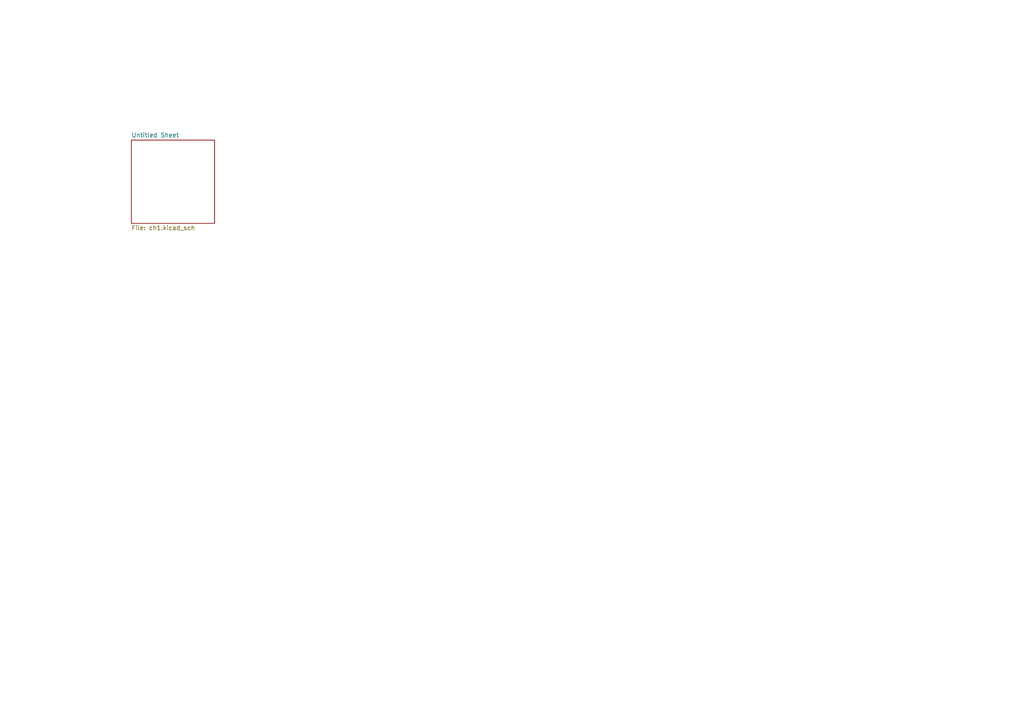
<source format=kicad_sch>
(kicad_sch (version 20230121) (generator eeschema)

  (uuid 4df94d8f-fe30-4475-88ce-09b4a7e720bc)

  (paper "A4")

  (lib_symbols
  )


  (sheet (at 38.1 40.64) (size 24.13 24.13) (fields_autoplaced)
    (stroke (width 0.1524) (type solid))
    (fill (color 0 0 0 0.0000))
    (uuid 62d54f5e-1d85-44ba-a010-9fb4db4f1ee9)
    (property "Sheetname" "Untitled Sheet" (at 38.1 39.9284 0)
      (effects (font (size 1.27 1.27)) (justify left bottom))
    )
    (property "Sheetfile" "ch1.kicad_sch" (at 38.1 65.3546 0)
      (effects (font (size 1.27 1.27)) (justify left top))
    )
    (instances
      (project "kicad multiple channel project"
        (path "/4df94d8f-fe30-4475-88ce-09b4a7e720bc" (page "2"))
      )
    )
  )

  (sheet_instances
    (path "/" (page "1"))
  )
)

</source>
